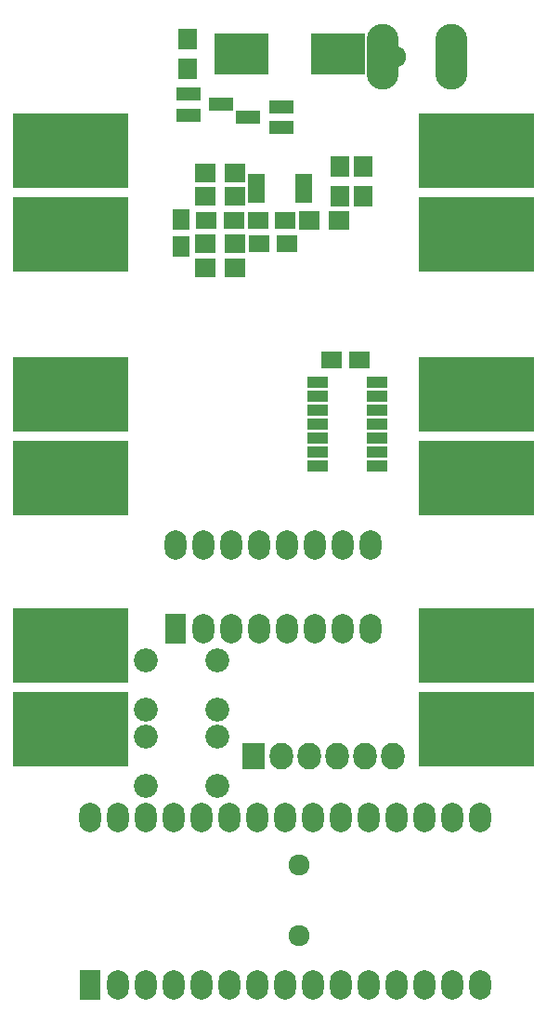
<source format=gbs>
G04 #@! TF.FileFunction,Soldermask,Bot*
%FSLAX46Y46*%
G04 Gerber Fmt 4.6, Leading zero omitted, Abs format (unit mm)*
G04 Created by KiCad (PCBNEW 4.0.1-3.201512221402+6198~38~ubuntu14.04.1-stable) date mar 02 feb 2016 20:15:53 CET*
%MOMM*%
G01*
G04 APERTURE LIST*
%ADD10C,0.101600*%
%ADD11R,1.974800X2.686000*%
%ADD12O,1.974800X2.686000*%
%ADD13O,2.940000X5.988000*%
%ADD14O,2.940000X1.924000*%
%ADD15R,10.560000X6.750000*%
%ADD16R,1.900000X1.650000*%
%ADD17R,1.650000X1.900000*%
%ADD18R,4.900880X3.699460*%
%ADD19R,4.898340X3.699460*%
%ADD20R,2.200860X1.200100*%
%ADD21R,1.700000X1.900000*%
%ADD22R,1.900000X1.700000*%
%ADD23R,1.500000X0.800000*%
%ADD24R,1.900000X1.000000*%
%ADD25C,1.924000*%
%ADD26C,2.178000*%
%ADD27R,2.127200X2.432000*%
%ADD28O,2.127200X2.432000*%
G04 APERTURE END LIST*
D10*
D11*
X144399000Y-107061000D03*
D12*
X146939000Y-107061000D03*
X149479000Y-107061000D03*
X152019000Y-107061000D03*
X154559000Y-107061000D03*
X157099000Y-107061000D03*
X159639000Y-107061000D03*
X162179000Y-107061000D03*
X162179000Y-99441000D03*
X159639000Y-99441000D03*
X157099000Y-99441000D03*
X154559000Y-99441000D03*
X152019000Y-99441000D03*
X149479000Y-99441000D03*
X146939000Y-99441000D03*
X144399000Y-99441000D03*
D13*
X169545000Y-54991000D03*
X163296600Y-54991000D03*
D14*
X163957000Y-54991000D03*
D15*
X134874000Y-63500000D03*
X171831000Y-63500000D03*
X134874000Y-71120000D03*
X171831000Y-71120000D03*
X134874000Y-85725000D03*
X134874000Y-108585000D03*
X134874000Y-116205000D03*
X171831000Y-116205000D03*
X171831000Y-108585000D03*
D16*
X154539000Y-72009000D03*
X152039000Y-72009000D03*
X149713000Y-69850000D03*
X147213000Y-69850000D03*
D17*
X144907000Y-72243000D03*
X144907000Y-69743000D03*
D16*
X151912000Y-69850000D03*
X154412000Y-69850000D03*
X158663000Y-82550000D03*
X161163000Y-82550000D03*
D18*
X150413720Y-54737000D03*
D19*
X159212280Y-54737000D03*
D20*
X154051000Y-59502000D03*
X154051000Y-61402000D03*
X151048720Y-60452000D03*
D15*
X134874000Y-93345000D03*
X171831000Y-85725000D03*
X171831000Y-93345000D03*
D20*
X145564860Y-60259000D03*
X145564860Y-58359000D03*
X148567140Y-59309000D03*
D21*
X145542000Y-56087000D03*
X145542000Y-53387000D03*
D22*
X159338000Y-69850000D03*
X156638000Y-69850000D03*
D21*
X161544000Y-67644000D03*
X161544000Y-64944000D03*
X159385000Y-67644000D03*
X159385000Y-64944000D03*
D22*
X149813000Y-72009000D03*
X147113000Y-72009000D03*
X147113000Y-74168000D03*
X149813000Y-74168000D03*
X147113000Y-65532000D03*
X149813000Y-65532000D03*
X149813000Y-67691000D03*
X147113000Y-67691000D03*
D23*
X151774000Y-67904000D03*
X151774000Y-67254000D03*
X151774000Y-66604000D03*
X151774000Y-65954000D03*
X156074000Y-65954000D03*
X156074000Y-66604000D03*
X156074000Y-67254000D03*
X156074000Y-67904000D03*
D24*
X157353000Y-92202000D03*
X157353000Y-90932000D03*
X157353000Y-89662000D03*
X157353000Y-88392000D03*
X157353000Y-87122000D03*
X157353000Y-85852000D03*
X157353000Y-84582000D03*
X162753000Y-84582000D03*
X162753000Y-85852000D03*
X162753000Y-87122000D03*
X162753000Y-88392000D03*
X162753000Y-89662000D03*
X162753000Y-90932000D03*
X162753000Y-92202000D03*
D25*
X155702000Y-128498600D03*
X155702000Y-135001000D03*
D26*
X141706600Y-109931200D03*
X148209000Y-109931200D03*
X141706600Y-114427000D03*
X148209000Y-114427000D03*
X148209000Y-121335800D03*
X141706600Y-121335800D03*
X148209000Y-116840000D03*
X141706600Y-116840000D03*
D11*
X136652000Y-139446000D03*
D12*
X139192000Y-139446000D03*
X141732000Y-139446000D03*
X144272000Y-139446000D03*
X146812000Y-139446000D03*
X149352000Y-139446000D03*
X151892000Y-139446000D03*
X154432000Y-139446000D03*
X156972000Y-139446000D03*
X159512000Y-139446000D03*
X162052000Y-139446000D03*
X164592000Y-139446000D03*
X167132000Y-139446000D03*
X169672000Y-139446000D03*
X172212000Y-139446000D03*
X172212000Y-124206000D03*
X169672000Y-124206000D03*
X167132000Y-124206000D03*
X164592000Y-124206000D03*
X162052000Y-124206000D03*
X159512000Y-124206000D03*
X156972000Y-124206000D03*
X154432000Y-124206000D03*
X151892000Y-124206000D03*
X149352000Y-124206000D03*
X146812000Y-124206000D03*
X144272000Y-124206000D03*
X141732000Y-124206000D03*
X139192000Y-124206000D03*
X136652000Y-124206000D03*
D27*
X151511000Y-118618000D03*
D28*
X154051000Y-118618000D03*
X156591000Y-118618000D03*
X159131000Y-118618000D03*
X161671000Y-118618000D03*
X164211000Y-118618000D03*
M02*

</source>
